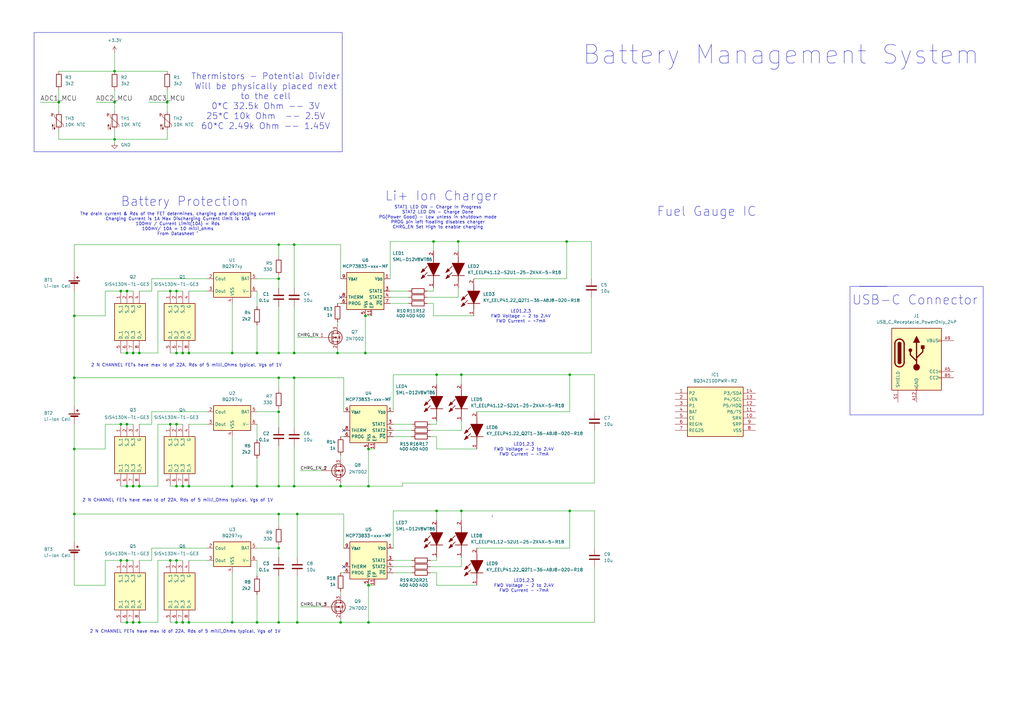
<source format=kicad_sch>
(kicad_sch (version 20231120) (generator "eeschema") (generator_version "8.0")
  (paper "A3")
  (title_block (title "Battery Management System") (date "2025-03-10") (rev "0.1"))
  (junction (at 54.61 199.39))
  (junction (at 189.23 153.67))
  (junction (at 114.3 154.94))
  (junction (at 177.8 99.06))
  (junction (at 151.13 199.39))
  (junction (at 52.07 119.38))
  (junction (at 105.41 199.39))
  (junction (at 95.25 199.39))
  (junction (at 30.48 210.82))
  (junction (at 52.07 173.99))
  (junction (at 95.25 144.78))
  (junction (at 57.15 255.27))
  (junction (at 179.07 209.55))
  (junction (at 233.68 209.55))
  (junction (at 52.07 199.39))
  (junction (at 49.53 229.87))
  (junction (at 120.65 154.94))
  (junction (at 139.7 255.27))
  (junction (at 72.39 173.99))
  (junction (at 151.13 240.03))
  (junction (at 114.3 114.3))
  (junction (at 74.93 199.39))
  (junction (at 114.3 210.82))
  (junction (at 68.58 41.91))
  (junction (at 114.3 100.33))
  (junction (at 77.47 255.27))
  (junction (at 114.3 168.91))
  (junction (at 52.07 144.78))
  (junction (at 189.23 209.55))
  (junction (at 149.86 129.54))
  (junction (at 139.7 199.39))
  (junction (at 77.47 199.39))
  (junction (at 69.85 119.38))
  (junction (at 54.61 144.78))
  (junction (at 151.13 184.15))
  (junction (at 120.65 199.39))
  (junction (at 151.13 255.27))
  (junction (at 187.96 99.06))
  (junction (at 24.13 41.91))
  (junction (at 46.99 41.91))
  (junction (at 30.48 129.54))
  (junction (at 72.39 199.39))
  (junction (at 72.39 229.87))
  (junction (at 46.99 29.21))
  (junction (at 149.86 144.78))
  (junction (at 69.85 173.99))
  (junction (at 121.92 210.82))
  (junction (at 30.48 154.94))
  (junction (at 74.93 255.27))
  (junction (at 52.07 229.87))
  (junction (at 54.61 255.27))
  (junction (at 120.65 100.33))
  (junction (at 49.53 119.38))
  (junction (at 72.39 255.27))
  (junction (at 114.3 199.39))
  (junction (at 105.41 255.27))
  (junction (at 49.53 173.99))
  (junction (at 95.25 255.27))
  (junction (at 114.3 224.79))
  (junction (at 72.39 144.78))
  (junction (at 114.3 144.78))
  (junction (at 77.47 144.78))
  (junction (at 57.15 199.39))
  (junction (at 138.43 144.78))
  (junction (at 179.07 153.67))
  (junction (at 114.3 255.27))
  (junction (at 30.48 184.15))
  (junction (at 233.68 153.67))
  (junction (at 46.99 57.15))
  (junction (at 232.41 99.06))
  (junction (at 52.07 255.27))
  (junction (at 121.92 255.27))
  (junction (at 72.39 119.38))
  (junction (at 69.85 229.87))
  (junction (at 74.93 144.78))
  (junction (at 120.65 144.78))
  (junction (at 57.15 144.78))
  (junction (at 105.41 144.78))
  (no_connect (at 140.97 232.41))
  (no_connect (at 139.7 121.92))
  (no_connect (at 140.97 176.53))
  (wire (pts (xy 43.18 184.15) (xy 30.48 184.15)))
  (wire (pts (xy 30.48 184.15) (xy 30.48 210.82)))
  (wire (pts (xy 43.18 173.99) (xy 43.18 184.15)))
  (wire (pts (xy 30.48 154.94) (xy 114.3 154.94)))
  (wire (pts (xy 64.77 199.39) (xy 57.15 199.39)))
  (wire (pts (xy 69.85 119.38) (xy 72.39 119.38)))
  (wire (pts (xy 149.86 129.54) (xy 152.4 129.54)))
  (wire (pts (xy 30.48 100.33) (xy 114.3 100.33)))
  (wire (pts (xy 64.77 255.27) (xy 57.15 255.27)))
  (wire (pts (xy 161.29 229.87) (xy 168.91 229.87)))
  (wire (pts (xy 233.68 153.67) (xy 189.23 153.67)))
  (wire (pts (xy 138.43 144.78) (xy 149.86 144.78)))
  (wire (pts (xy 46.99 53.34) (xy 46.99 57.15)))
  (wire (pts (xy 114.3 210.82) (xy 121.92 210.82)))
  (wire (pts (xy 46.99 57.15) (xy 68.58 57.15)))
  (wire (pts (xy 49.53 173.99) (xy 43.18 173.99)))
  (wire (pts (xy 120.65 154.94) (xy 120.65 175.26)))
  (wire (pts (xy 120.65 125.73) (xy 120.65 144.78)))
  (wire (pts (xy 77.47 229.87) (xy 85.09 229.87)))
  (wire (pts (xy 114.3 144.78) (xy 105.41 144.78)))
  (wire (pts (xy 30.48 119.38) (xy 30.48 129.54)))
  (wire (pts (xy 77.47 119.38) (xy 85.09 119.38)))
  (wire (pts (xy 77.47 144.78) (xy 95.25 144.78)))
  (polyline (pts (xy 403.225 170.18) (xy 348.615 170.18)))
  (wire (pts (xy 120.65 182.88) (xy 120.65 199.39)))
  (wire (pts (xy 62.23 229.87) (xy 57.15 229.87)))
  (wire (pts (xy 179.07 240.03) (xy 195.58 240.03)))
  (wire (pts (xy 30.48 173.99) (xy 30.48 184.15)))
  (wire (pts (xy 62.23 119.38) (xy 57.15 119.38)))
  (wire (pts (xy 16.51 41.91) (xy 24.13 41.91)))
  (wire (pts (xy 46.99 41.91) (xy 46.99 45.72)))
  (wire (pts (xy 195.58 224.79) (xy 233.68 224.79)))
  (wire (pts (xy 85.09 168.91) (xy 62.23 168.91)))
  (wire (pts (xy 24.13 29.21) (xy 46.99 29.21)))
  (wire (pts (xy 52.07 255.27) (xy 49.53 255.27)))
  (wire (pts (xy 72.39 119.38) (xy 74.93 119.38)))
  (wire (pts (xy 139.7 186.69) (xy 139.7 187.96)))
  (wire (pts (xy 160.02 121.92) (xy 167.64 121.92)))
  (wire (pts (xy 30.48 129.54) (xy 30.48 154.94)))
  (wire (pts (xy 54.61 255.27) (xy 52.07 255.27)))
  (wire (pts (xy 46.99 21.59) (xy 46.99 29.21)))
  (wire (pts (xy 139.7 255.27) (xy 151.13 255.27)))
  (wire (pts (xy 114.3 154.94) (xy 114.3 160.02)))
  (wire (pts (xy 140.97 154.94) (xy 140.97 168.91)))
  (wire (pts (xy 139.7 179.07) (xy 140.97 179.07)))
  (wire (pts (xy 161.29 176.53) (xy 168.91 176.53)))
  (wire (pts (xy 243.84 153.67) (xy 243.84 168.91)))
  (wire (pts (xy 179.07 153.67) (xy 179.07 157.48)))
  (wire (pts (xy 114.3 199.39) (xy 120.65 199.39)))
  (wire (pts (xy 69.85 144.78) (xy 72.39 144.78)))
  (wire (pts (xy 74.93 255.27) (xy 77.47 255.27)))
  (wire (pts (xy 161.29 153.67) (xy 179.07 153.67)))
  (wire (pts (xy 120.65 144.78) (xy 138.43 144.78)))
  (wire (pts (xy 49.53 119.38) (xy 43.18 119.38)))
  (wire (pts (xy 105.41 133.35) (xy 105.41 144.78)))
  (wire (pts (xy 160.02 119.38) (xy 167.64 119.38)))
  (wire (pts (xy 138.43 143.51) (xy 138.43 144.78)))
  (wire (pts (xy 57.15 255.27) (xy 54.61 255.27)))
  (wire (pts (xy 242.57 99.06) (xy 242.57 114.3)))
  (wire (pts (xy 161.29 179.07) (xy 168.91 179.07)))
  (wire (pts (xy 105.41 173.99) (xy 105.41 180.34)))
  (wire (pts (xy 189.23 153.67) (xy 189.23 157.48)))
  (wire (pts (xy 85.09 224.79) (xy 62.23 224.79)))
  (wire (pts (xy 243.84 176.53) (xy 243.84 198.12)))
  (wire (pts (xy 114.3 210.82) (xy 114.3 215.9)))
  (wire (pts (xy 72.39 173.99) (xy 74.93 173.99)))
  (wire (pts (xy 43.18 229.87) (xy 43.18 240.03)))
  (wire (pts (xy 139.7 198.12) (xy 139.7 199.39)))
  (wire (pts (xy 69.85 255.27) (xy 72.39 255.27)))
  (wire (pts (xy 161.29 173.99) (xy 168.91 173.99)))
  (wire (pts (xy 69.85 199.39) (xy 72.39 199.39)))
  (wire (pts (xy 243.84 232.41) (xy 243.84 255.27)))
  (wire (pts (xy 69.85 173.99) (xy 72.39 173.99)))
  (wire (pts (xy 121.92 138.43) (xy 130.81 138.43)))
  (wire (pts (xy 30.48 100.33) (xy 30.48 111.76)))
  (wire (pts (xy 72.39 199.39) (xy 74.93 199.39)))
  (wire (pts (xy 114.3 113.03) (xy 114.3 114.3)))
  (polyline (pts (xy 348.615 117.475) (xy 363.855 117.475)))
  (wire (pts (xy 62.23 114.3) (xy 62.23 119.38)))
  (wire (pts (xy 62.23 168.91) (xy 62.23 173.99)))
  (wire (pts (xy 189.23 209.55) (xy 189.23 213.36)))
  (wire (pts (xy 114.3 154.94) (xy 120.65 154.94)))
  (polyline (pts (xy 352.425 117.475) (xy 403.225 117.475)))
  (wire (pts (xy 46.99 57.15) (xy 46.99 58.42)))
  (wire (pts (xy 161.29 232.41) (xy 168.91 232.41)))
  (wire (pts (xy 64.77 173.99) (xy 64.77 199.39)))
  (wire (pts (xy 114.3 236.22) (xy 114.3 255.27)))
  (wire (pts (xy 74.93 144.78) (xy 77.47 144.78)))
  (wire (pts (xy 85.09 114.3) (xy 62.23 114.3)))
  (wire (pts (xy 114.3 144.78) (xy 120.65 144.78)))
  (wire (pts (xy 57.15 199.39) (xy 54.61 199.39)))
  (wire (pts (xy 232.41 114.3) (xy 232.41 99.06)))
  (wire (pts (xy 95.25 199.39) (xy 105.41 199.39)))
  (wire (pts (xy 77.47 173.99) (xy 85.09 173.99)))
  (wire (pts (xy 30.48 210.82) (xy 30.48 222.25)))
  (wire (pts (xy 123.19 248.92) (xy 132.08 248.92)))
  (wire (pts (xy 95.25 124.46) (xy 95.25 144.78)))
  (polyline (pts (xy 201.93 211.455) (xy 201.93 212.09)))
  (wire (pts (xy 114.3 125.73) (xy 114.3 144.78)))
  (wire (pts (xy 114.3 223.52) (xy 114.3 224.79)))
  (wire (pts (xy 176.53 234.95) (xy 179.07 234.95)))
  (wire (pts (xy 68.58 41.91) (xy 68.58 45.72)))
  (wire (pts (xy 121.92 210.82) (xy 140.97 210.82)))
  (wire (pts (xy 139.7 242.57) (xy 139.7 243.84)))
  (wire (pts (xy 105.41 229.87) (xy 105.41 236.22)))
  (wire (pts (xy 138.43 124.46) (xy 139.7 124.46)))
  (wire (pts (xy 114.3 182.88) (xy 114.3 199.39)))
  (wire (pts (xy 149.86 144.78) (xy 242.57 144.78)))
  (wire (pts (xy 151.13 255.27) (xy 243.84 255.27)))
  (wire (pts (xy 43.18 129.54) (xy 30.48 129.54)))
  (wire (pts (xy 120.65 154.94) (xy 140.97 154.94)))
  (wire (pts (xy 62.23 173.99) (xy 57.15 173.99)))
  (wire (pts (xy 105.41 119.38) (xy 105.41 125.73)))
  (wire (pts (xy 114.3 224.79) (xy 105.41 224.79)))
  (wire (pts (xy 46.99 36.83) (xy 46.99 41.91)))
  (wire (pts (xy 72.39 229.87) (xy 74.93 229.87)))
  (wire (pts (xy 176.53 229.87) (xy 179.07 229.87)))
  (wire (pts (xy 242.57 121.92) (xy 242.57 144.78)))
  (wire (pts (xy 60.96 41.91) (xy 68.58 41.91)))
  (wire (pts (xy 95.25 255.27) (xy 105.41 255.27)))
  (wire (pts (xy 139.7 234.95) (xy 140.97 234.95)))
  (wire (pts (xy 52.07 119.38) (xy 54.61 119.38)))
  (wire (pts (xy 52.07 199.39) (xy 49.53 199.39)))
  (wire (pts (xy 114.3 255.27) (xy 121.92 255.27)))
  (wire (pts (xy 95.25 179.07) (xy 95.25 199.39)))
  (wire (pts (xy 114.3 168.91) (xy 114.3 175.26)))
  (wire (pts (xy 69.85 173.99) (xy 64.77 173.99)))
  (wire (pts (xy 138.43 132.08) (xy 138.43 133.35)))
  (wire (pts (xy 151.13 240.03) (xy 153.67 240.03)))
  (wire (pts (xy 24.13 53.34) (xy 24.13 57.15)))
  (wire (pts (xy 52.07 173.99) (xy 54.61 173.99)))
  (wire (pts (xy 179.07 172.72) (xy 179.07 173.99)))
  (wire (pts (xy 49.53 229.87) (xy 52.07 229.87)))
  (wire (pts (xy 232.41 99.06) (xy 242.57 99.06)))
  (wire (pts (xy 195.58 168.91) (xy 233.68 168.91)))
  (wire (pts (xy 151.13 240.03) (xy 151.13 255.27)))
  (wire (pts (xy 69.85 119.38) (xy 64.77 119.38)))
  (wire (pts (xy 24.13 36.83) (xy 24.13 41.91)))
  (wire (pts (xy 233.68 224.79) (xy 233.68 209.55)))
  (wire (pts (xy 179.07 234.95) (xy 179.07 240.03)))
  (wire (pts (xy 68.58 36.83) (xy 68.58 41.91)))
  (wire (pts (xy 52.07 144.78) (xy 49.53 144.78)))
  (wire (pts (xy 160.02 99.06) (xy 160.02 114.3)))
  (wire (pts (xy 95.25 234.95) (xy 95.25 255.27)))
  (wire (pts (xy 77.47 255.27) (xy 95.25 255.27)))
  (wire (pts (xy 54.61 199.39) (xy 52.07 199.39)))
  (wire (pts (xy 114.3 168.91) (xy 105.41 168.91)))
  (wire (pts (xy 62.23 224.79) (xy 62.23 229.87)))
  (wire (pts (xy 189.23 232.41) (xy 189.23 228.6)))
  (wire (pts (xy 30.48 229.87) (xy 30.48 240.03)))
  (wire (pts (xy 114.3 224.79) (xy 114.3 228.6)))
  (wire (pts (xy 177.8 118.11) (xy 177.8 119.38)))
  (wire (pts (xy 72.39 255.27) (xy 74.93 255.27)))
  (wire (pts (xy 120.65 100.33) (xy 120.65 118.11)))
  (wire (pts (xy 243.84 209.55) (xy 243.84 224.79)))
  (wire (pts (xy 43.18 240.03) (xy 30.48 240.03)))
  (wire (pts (xy 121.92 210.82) (xy 121.92 228.6)))
  (wire (pts (xy 114.3 255.27) (xy 105.41 255.27)))
  (wire (pts (xy 52.07 229.87) (xy 54.61 229.87)))
  (wire (pts (xy 175.26 119.38) (xy 177.8 119.38)))
  (wire (pts (xy 114.3 100.33) (xy 120.65 100.33)))
  (wire (pts (xy 176.53 176.53) (xy 189.23 176.53)))
  (wire (pts (xy 121.92 236.22) (xy 121.92 255.27)))
  (wire (pts (xy 165.1 199.39) (xy 165.1 198.12)))
  (wire (pts (xy 187.96 121.92) (xy 187.96 118.11)))
  (wire (pts (xy 123.19 193.04) (xy 132.08 193.04)))
  (wire (pts (xy 64.77 144.78) (xy 57.15 144.78)))
  (wire (pts (xy 151.13 184.15) (xy 151.13 199.39)))
  (wire (pts (xy 189.23 176.53) (xy 189.23 172.72)))
  (wire (pts (xy 120.65 100.33) (xy 139.7 100.33)))
  (wire (pts (xy 160.02 99.06) (xy 177.8 99.06)))
  (wire (pts (xy 161.29 153.67) (xy 161.29 168.91)))
  (wire (pts (xy 39.37 41.91) (xy 46.99 41.91)))
  (wire (pts (xy 30.48 210.82) (xy 114.3 210.82)))
  (wire (pts (xy 139.7 199.39) (xy 151.13 199.39)))
  (wire (pts (xy 151.13 184.15) (xy 153.67 184.15)))
  (wire (pts (xy 105.41 243.84) (xy 105.41 255.27)))
  (wire (pts (xy 194.31 114.3) (xy 232.41 114.3)))
  (wire (pts (xy 177.8 124.46) (xy 177.8 129.54)))
  (wire (pts (xy 139.7 100.33) (xy 139.7 114.3)))
  (wire (pts (xy 179.07 209.55) (xy 179.07 213.36)))
  (wire (pts (xy 233.68 153.67) (xy 243.84 153.67)))
  (wire (pts (xy 177.8 99.06) (xy 177.8 102.87)))
  (wire (pts (xy 49.53 173.99) (xy 52.07 173.99)))
  (wire (pts (xy 177.8 129.54) (xy 194.31 129.54)))
  (wire (pts (xy 177.8 99.06) (xy 187.96 99.06)))
  (wire (pts (xy 187.96 99.06) (xy 187.96 102.87)))
  (wire (pts (xy 233.68 209.55) (xy 243.84 209.55)))
  (wire (pts (xy 179.07 184.15) (xy 195.58 184.15)))
  (wire (pts (xy 114.3 114.3) (xy 114.3 118.11)))
  (wire (pts (xy 49.53 229.87) (xy 43.18 229.87)))
  (wire (pts (xy 140.97 210.82) (xy 140.97 224.79)))
  (wire (pts (xy 24.13 41.91) (xy 24.13 45.72)))
  (wire (pts (xy 165.1 198.12) (xy 243.84 198.12)))
  (polyline (pts (xy 348.615 170.18) (xy 348.615 117.475)))
  (wire (pts (xy 149.86 129.54) (xy 149.86 144.78)))
  (wire (pts (xy 46.99 29.21) (xy 68.58 29.21)))
  (wire (pts (xy 69.85 229.87) (xy 64.77 229.87)))
  (wire (pts (xy 179.07 153.67) (xy 189.23 153.67)))
  (wire (pts (xy 121.92 255.27) (xy 139.7 255.27)))
  (wire (pts (xy 179.07 228.6) (xy 179.07 229.87)))
  (polyline (pts (xy 403.225 117.475) (xy 403.225 170.18)))
  (wire (pts (xy 176.53 232.41) (xy 189.23 232.41)))
  (wire (pts (xy 114.3 167.64) (xy 114.3 168.91)))
  (wire (pts (xy 57.15 144.78) (xy 54.61 144.78)))
  (wire (pts (xy 74.93 199.39) (xy 77.47 199.39)))
  (wire (pts (xy 43.18 119.38) (xy 43.18 129.54)))
  (wire (pts (xy 176.53 173.99) (xy 179.07 173.99)))
  (wire (pts (xy 179.07 209.55) (xy 189.23 209.55)))
  (wire (pts (xy 24.13 57.15) (xy 46.99 57.15)))
  (wire (pts (xy 114.3 114.3) (xy 105.41 114.3)))
  (wire (pts (xy 95.25 144.78) (xy 105.41 144.78)))
  (wire (pts (xy 120.65 199.39) (xy 139.7 199.39)))
  (wire (pts (xy 161.29 234.95) (xy 168.91 234.95)))
  (wire (pts (xy 68.58 57.15) (xy 68.58 53.34)))
  (wire (pts (xy 151.13 199.39) (xy 165.1 199.39)))
  (wire (pts (xy 176.53 179.07) (xy 179.07 179.07)))
  (wire (pts (xy 72.39 144.78) (xy 74.93 144.78)))
  (wire (pts (xy 64.77 229.87) (xy 64.77 255.27)))
  (wire (pts (xy 233.68 209.55) (xy 189.23 209.55)))
  (wire (pts (xy 139.7 254) (xy 139.7 255.27)))
  (wire (pts (xy 179.07 179.07) (xy 179.07 184.15)))
  (wire (pts (xy 175.26 121.92) (xy 187.96 121.92)))
  (wire (pts (xy 161.29 209.55) (xy 161.29 224.79)))
  (wire (pts (xy 54.61 144.78) (xy 52.07 144.78)))
  (wire (pts (xy 105.41 187.96) (xy 105.41 199.39)))
  (wire (pts (xy 30.48 154.94) (xy 30.48 166.37)))
  (wire (pts (xy 64.77 119.38) (xy 64.77 144.78)))
  (wire (pts (xy 49.53 119.38) (xy 52.07 119.38)))
  (wire (pts (xy 232.41 99.06) (xy 187.96 99.06)))
  (wire (pts (xy 233.68 168.91) (xy 233.68 153.67)))
  (wire (pts (xy 175.26 124.46) (xy 177.8 124.46)))
  (wire (pts (xy 160.02 124.46) (xy 167.64 124.46)))
  (wire (pts (xy 69.85 229.87) (xy 72.39 229.87)))
  (wire (pts (xy 77.47 199.39) (xy 95.25 199.39)))
  (wire (pts (xy 114.3 199.39) (xy 105.41 199.39)))
  (wire (pts (xy 114.3 100.33) (xy 114.3 105.41)))
  (wire (pts (xy 161.29 209.55) (xy 179.07 209.55)))
  (rectangle (start 13.97 13.335) (end 140.335 62.23))
  (text "Li+ Ion Charger" (at 181.102 80.518 0) (effects (font (size 3.81 3.81))))
  (text "Battery Protection" (at 75.692 82.804 0) (effects (font (size 3.81 3.81))))
  (text "The drain current & Rds of the FET determines, charging and discharging current\nCharging Current is 1A Max Discharging Current limit is 10A\n100mV / Current Limit(10A) = Rds\n100mV/ 10A = 10 milli_ohms\nFrom Datasheet ^" (at 72.898 91.948 0) (effects (font (size 1.27 1.27))))
  (text "Thermistors - Potential Divider\nWill be physically placed next\nto the cell\n0*C 32.5k Ohm -- 3V\n25*C 10k Ohm  -- 2.5V\n60*C 2.49k Ohm -- 1.45V" (at 108.966 41.656 0) (effects (font (size 2.54 2.54))))
  (text "2 N CHANNEL FETs have max Id of 22A, Rds of 5 milli_Ohms typical, Vgs of 1V" (at 76.454 149.86 0) (effects (font (size 1.27 1.27))))
  (text "Battery Management System" (at 320.294 22.606 0) (effects (font (size 7.62 7.62))))
  (text "STAT1 LED ON - Charge In Progress\nSTAT2 LED ON - Charge Done\nPG(Power Good) - Low unless in shutdown mode\nPROG pin left floating disables charger\nCHRG_EN Set High to enable charging" (at 179.578 89.154 0) (effects (font (size 1.27 1.27))))
  (text "2 N CHANNEL FETs have max Id of 22A, Rds of 5 milli_Ohms typical, Vgs of 1V" (at 72.898 205.232 0) (effects (font (size 1.27 1.27))))
  (text "LED1,2,3\nFWD Voltage - 2 to 2.4V\nFWD Current - ~7mA" (at 213.614 129.794 0) (effects (font (size 1.27 1.27))))
  (text "LED1,2,3\nFWD Voltage - 2 to 2.4V\nFWD Current - ~7mA" (at 214.884 184.404 0) (effects (font (size 1.27 1.27))))
  (text "Fuel Gauge IC" (at 289.814 86.868 0) (effects (font (size 3.81 3.81))))
  (text "LED1,2,3\nFWD Voltage - 2 to 2.4V\nFWD Current - ~7mA" (at 214.884 240.284 0) (effects (font (size 1.27 1.27))))
  (text "2 N CHANNEL FETs have max Id of 22A, Rds of 5 milli_Ohms typical, Vgs of 1V" (at 75.946 259.08 0) (effects (font (size 1.27 1.27))))
  (text "USB-C Connector " (at 376.682 123.19 0) (effects (font (size 3.81 3.81))))
  (text "All Key Components added in, Passives \n& additional FETs to be added week commencing\n10/03 according to datasheet" (at 141.732 319.786 0) (effects (font (size 6.35 6.35))))
  (label "CHRG_EN_3" (at 123.19 248.92 0))
  (label "ADC3_MCU" (at 60.96 41.91 0) (effects (font (size 1.905 1.905))))
  (label "ADC2_MCU" (at 39.37 41.91 0) (effects (font (size 1.905 1.905))))
  (label "CHRG_EN_2" (at 123.19 193.04 0))
  (label "CHRG_EN" (at 121.92 138.43 0))
  (label "ADC1_MCU" (at 16.51 41.91 0) (effects (font (size 1.905 1.905))))
  (symbol (lib_id "KT EELP41.12-S2U1-25-2X4X-5-R18:KT_EELP41.12-S2U1-25-2X4X-5-R18") (at 189.23 228.6 90) (unit 1)
    (property "Reference" "LED8" (at 193.04 219.7099 90) (effects (justify right)))
    (property "Value" "KT_EELP41.12-S2U1-25-2X4X-5-R18" (at 193.04 222.2499 90) (effects (justify right)))
    (property "Footprint" "KTEELP4112S2U1252X4X5R18" (effects (hide yes)))
    (property "Datasheet" "https://in.element14.com/ams-osram-group/kt-eelp41-12-s2u1-25-2x4x-5-r18/led-true-green-224mcd-527nm-130deg/dp/4540818" (effects (hide yes)))
    (property "Description" "LED, InGaN on Sapphire, True Green, SMD, 0603 [1608 Metric], 5 mA, 2.5 V, 527 nm" (effects (hide yes)))
    (property "Height" "0.5" (effects (hide yes)))
    (property "Mouser Part Number" "720-P4112S2U1252X4X5" (effects (hide yes)))
    (property "Mouser Price/Stock" "https://www.mouser.co.uk/ProductDetail/ams-OSRAM/KT-EELP41.12-S2U1-25-2X4X-5-R18?qs=ZcfC38r4PosnM6jzR6CYig%3D%3D" (effects (hide yes)))
    (property "Manufacturer_Name" "ams OSRAM" (effects (hide yes)))
    (property "Manufacturer_Part_Number" "KT EELP41.12-S2U1-25-2X4X-5-R18" (effects (hide yes)))
  )
  (symbol (lib_id "Device:C") (at 114.3 232.41 0) (mirror y) (unit 1)
    (property "Reference" "C3" (at 110.49 231.1399 0) (effects (justify left)))
    (property "Value" "0.1u" (at 110.49 233.6799 0) (effects (justify left)))
    (property "Description" "Unpolarized capacitor" (effects (hide yes)))
  )
  (symbol (lib_id "Battery_Management:BQ297xy") (at 95.25 227.33 0) (mirror y) (unit 1)
    (property "Reference" "U3" (at 95.25 217.17 0))
    (property "Value" "BQ297xy" (at 95.25 219.71 0))
    (property "Footprint" "Package_SON:WSON-6_1.5x1.5mm_P0.5mm" (effects (hide yes)))
    (property "Datasheet" "http://www.ti.com/lit/ds/symlink/bq2970.pdf" (effects (hide yes)))
    (property "Description" "Voltage and Current Protection for Single-Cell Li-Ion and Li-Polymer Batteries" (effects (hide yes)))
  )
  (symbol (lib_id "KT EELP41.12-S2U1-25-2X4X-5-R18:KT_EELP41.12-S2U1-25-2X4X-5-R18") (at 189.23 172.72 90) (unit 1)
    (property "Reference" "LED5" (at 193.04 163.8299 90) (effects (justify right)))
    (property "Value" "KT_EELP41.12-S2U1-25-2X4X-5-R18" (at 193.04 166.3699 90) (effects (justify right)))
    (property "Footprint" "KTEELP4112S2U1252X4X5R18" (effects (hide yes)))
    (property "Datasheet" "https://in.element14.com/ams-osram-group/kt-eelp41-12-s2u1-25-2x4x-5-r18/led-true-green-224mcd-527nm-130deg/dp/4540818" (effects (hide yes)))
    (property "Description" "LED, InGaN on Sapphire, True Green, SMD, 0603 [1608 Metric], 5 mA, 2.5 V, 527 nm" (effects (hide yes)))
    (property "Height" "0.5" (effects (hide yes)))
    (property "Mouser Part Number" "720-P4112S2U1252X4X5" (effects (hide yes)))
    (property "Mouser Price/Stock" "https://www.mouser.co.uk/ProductDetail/ams-OSRAM/KT-EELP41.12-S2U1-25-2X4X-5-R18?qs=ZcfC38r4PosnM6jzR6CYig%3D%3D" (effects (hide yes)))
    (property "Manufacturer_Name" "ams OSRAM" (effects (hide yes)))
    (property "Manufacturer_Part_Number" "KT EELP41.12-S2U1-25-2X4X-5-R18" (effects (hide yes)))
  )
  (symbol (lib_id "Device:Battery_Cell") (at 30.48 116.84 0) (unit 1)
    (property "Reference" "BT1" (at 18.034 114.808 0) (effects (justify left)))
    (property "Value" "Li-Ion Cell" (at 18.034 117.348 0) (effects (justify left)))
    (property "Description" "Single-cell battery" (effects (hide yes)))
  )
  (symbol (lib_id "Device:R") (at 139.7 182.88 0) (mirror x) (unit 1)
    (property "Reference" "R14" (at 137.7315 181.2925 0) (effects (justify right)))
    (property "Value" "1k" (at 137.7315 183.8325 0) (effects (justify right)))
    (property "Description" "Resistor" (effects (hide yes)))
  )
  (symbol (lib_id "KY EELP41.22 Q2T1-36-A8J8-020-R18:KY_EELP41.22_Q2T1-36-A8J8-020-R18") (at 194.31 129.54 90) (unit 1)
    (property "Reference" "LED3" (at 198.12 120.6499 90) (effects (justify right)))
    (property "Value" "KY_EELP41.22_Q2T1-36-A8J8-020-R18" (at 198.12 123.1899 90) (effects (justify right)))
    (property "Footprint" "KYEELP4122Q2T136A8J8020R18" (effects (hide yes)))
    (property "Datasheet" "https://look.ams-osram.com/m/5a0070c0ca8e7419/original/KY-EELP41-22.pdf" (effects (hide yes)))
    (property "Description" "LED, InGaAlP, Yellow, SMD, 0603 [1608 Metric], 20 mA, 2 V, 589 nm" (effects (hide yes)))
    (property "Height" "0.5" (effects (hide yes)))
    (property "Mouser Part Number" "720-P412Q2T136A8J802" (effects (hide yes)))
    (property "Mouser Price/Stock" "https://www.mouser.co.uk/ProductDetail/ams-OSRAM/KY-EELP41.22-Q2T1-36-A8J8-020-R18?qs=ZcfC38r4PotaNlE530FL%252BQ%3D%3D" (effects (hide yes)))
    (property "Manufacturer_Name" "ams OSRAM" (effects (hide yes)))
    (property "Manufacturer_Part_Number" "KY EELP41.22 Q2T1-36-A8J8-020-R18" (effects (hide yes)))
  )
  (symbol (lib_id "Device:R") (at 171.45 119.38 90) (mirror x) (unit 1)
    (property "Reference" "R10" (at 164.592 127.508 90))
    (property "Value" "400" (at 164.338 129.54 90))
    (property "Description" "Resistor" (effects (hide yes)))
  )
  (symbol (lib_id "SIS413DN-T1-GE3:SIS413DN-T1-GE3") (at 69.85 229.87 90) (mirror x) (unit 1)
    (property "Reference" "Q6" (at 76.2 224.028 90) (effects (justify left)))
    (property "Value" "SIS413DN-T1-GE3" (at 81.534 227.076 90) (effects (justify left)))
    (property "Footprint" "SIS862DNT1GE3" (effects (hide yes)))
    (property "Datasheet" "https://www.mouser.com/datasheet/2/427/sis413dn-254110.pdf" (effects (hide yes)))
    (property "Description" "P-Ch PowerPAK1212 Cu 30V 9.4mohm@10V" (effects (hide yes)))
    (property "Manufacturer_Name" "Vishay" (effects (hide yes)))
    (property "Manufacturer_Part_Number" "SIS413DN-T1-GE3" (effects (hide yes)))
    (property "Mouser Part Number" "78-SIS413DN-T1-GE3" (effects (hide yes)))
    (property "Mouser Price/Stock" "https://www.mouser.co.uk/ProductDetail/Vishay-Semiconductors/SIS413DN-T1-GE3?qs=vgn07B5hXav8x6TX%252BtAIoQ%3D%3D" (effects (hide yes)))
    (property "Arrow Part Number" "SIS413DN-T1-GE3" (effects (hide yes)))
    (property "Arrow Price/Stock" "https://www.arrow.com/en/products/sis413dn-t1-ge3/vishay?region=nac" (effects (hide yes)))
  )
  (symbol (lib_id "Device:R") (at 138.43 128.27 0) (mirror x) (unit 1)
    (property "Reference" "R13" (at 136.4615 126.6825 0) (effects (justify right)))
    (property "Value" "1k" (at 136.4615 129.2225 0) (effects (justify right)))
    (property "Description" "Resistor" (effects (hide yes)))
  )
  (symbol (lib_id "Battery_Management:MCP73833-xxx-MF") (at 151.13 229.87 0) (mirror y) (unit 1)
    (property "Reference" "U5" (at 151.13 217.17 0))
    (property "Value" "MCP73833-xxx-MF" (at 151.13 219.71 0))
    (property "Footprint" "Package_DFN_QFN:DFN-10-1EP_3x3mm_P0.5mm_EP1.58x2.35mm" (effects (hide yes)))
    (property "Datasheet" "https://ww1.microchip.com/downloads/aemDocuments/documents/OTH/ProductDocuments/DataSheets/22005b.pdf" (effects (hide yes)))
    (property "Description" "Stand-Alone Linear Li-Ion / Li-Polymer Charge Management Controller, DFN-10" (effects (hide yes)))
  )
  (symbol (lib_id "Device:R") (at 105.41 240.03 0) (mirror x) (unit 1)
    (property "Reference" "R8" (at 102.87 238.7599 0) (effects (justify right)))
    (property "Value" "2k2" (at 102.87 241.2999 0) (effects (justify right)))
    (property "Description" "Resistor" (effects (hide yes)))
  )
  (symbol (lib_id "SIS413DN-T1-GE3:SIS413DN-T1-GE3") (at 49.53 119.38 90) (mirror x) (unit 1)
    (property "Reference" "Q2" (at 55.88 113.538 90) (effects (justify left)))
    (property "Value" "SIS413DN-T1-GE3" (at 61.214 116.586 90) (effects (justify left)))
    (property "Footprint" "SIS862DNT1GE3" (effects (hide yes)))
    (property "Datasheet" "https://www.mouser.com/datasheet/2/427/sis413dn-254110.pdf" (effects (hide yes)))
    (property "Description" "P-Ch PowerPAK1212 Cu 30V 9.4mohm@10V" (effects (hide yes)))
    (property "Manufacturer_Name" "Vishay" (effects (hide yes)))
    (property "Manufacturer_Part_Number" "SIS413DN-T1-GE3" (effects (hide yes)))
    (property "Mouser Part Number" "78-SIS413DN-T1-GE3" (effects (hide yes)))
    (property "Mouser Price/Stock" "https://www.mouser.co.uk/ProductDetail/Vishay-Semiconductors/SIS413DN-T1-GE3?qs=vgn07B5hXav8x6TX%252BtAIoQ%3D%3D" (effects (hide yes)))
    (property "Arrow Part Number" "SIS413DN-T1-GE3" (effects (hide yes)))
    (property "Arrow Price/Stock" "https://www.arrow.com/en/products/sis413dn-t1-ge3/vishay?region=nac" (effects (hide yes)))
  )
  (symbol (lib_id "power:+3.3V") (at 46.99 21.59 0) (unit 1)
    (property "Reference" "#PWR01" (effects (hide yes)))
    (property "Value" "+3.3V" (at 46.99 16.51 0))
    (property "Description" "Power symbol creates a global label with name \"+3.3V\"" (effects (hide yes)))
  )
  (symbol (lib_id "KY EELP41.22 Q2T1-36-A8J8-020-R18:KY_EELP41.22_Q2T1-36-A8J8-020-R18") (at 195.58 240.03 90) (unit 1)
    (property "Reference" "LED9" (at 199.39 231.1399 90) (effects (justify right)))
    (property "Value" "KY_EELP41.22_Q2T1-36-A8J8-020-R18" (at 199.39 233.6799 90) (effects (justify right)))
    (property "Footprint" "KYEELP4122Q2T136A8J8020R18" (effects (hide yes)))
    (property "Datasheet" "https://look.ams-osram.com/m/5a0070c0ca8e7419/original/KY-EELP41-22.pdf" (effects (hide yes)))
    (property "Description" "LED, InGaAlP, Yellow, SMD, 0603 [1608 Metric], 20 mA, 2 V, 589 nm" (effects (hide yes)))
    (property "Height" "0.5" (effects (hide yes)))
    (property "Mouser Part Number" "720-P412Q2T136A8J802" (effects (hide yes)))
    (property "Mouser Price/Stock" "https://www.mouser.co.uk/ProductDetail/ams-OSRAM/KY-EELP41.22-Q2T1-36-A8J8-020-R18?qs=ZcfC38r4PotaNlE530FL%252BQ%3D%3D" (effects (hide yes)))
    (property "Manufacturer_Name" "ams OSRAM" (effects (hide yes)))
    (property "Manufacturer_Part_Number" "KY EELP41.22 Q2T1-36-A8J8-020-R18" (effects (hide yes)))
  )
  (symbol (lib_id "Device:C") (at 243.84 228.6 0) (mirror y) (unit 1)
    (property "Reference" "C9" (at 247.65 227.3299 0) (effects (justify right)))
    (property "Value" "10u" (at 247.65 229.8699 0) (effects (justify right)))
    (property "Description" "Unpolarized capacitor" (effects (hide yes)))
  )
  (symbol (lib_id "SML-D12V8WT86:SML-D12V8WT86") (at 177.8 118.11 90) (unit 1)
    (property "Reference" "LED1" (at 161.036 103.886 90) (effects (justify right)))
    (property "Value" "SML-D12V8WT86" (at 161.036 106.426 90) (effects (justify right)))
    (property "Footprint" "SMLD12V8WT86" (effects (hide yes)))
    (property "Datasheet" "https://www.rohm.com/datasheet?p=SML-D12V8W&dist=Digi-key&media=referral&source=digi-key.com&campaign=Digi-key" (effects (hide yes)))
    (property "Description" "Red 630nm LED Indication - Discrete 2.2V 0603 (1608 Metric)" (effects (hide yes)))
    (property "Height" "0.65" (effects (hide yes)))
    (property "Mouser Part Number" "755-SML-D12V8WT86" (effects (hide yes)))
    (property "Mouser Price/Stock" "https://www.mouser.co.uk/ProductDetail/ROHM-Semiconductor/SML-D12V8WT86?qs=4kLU8WoGk0uh2PhEoCCv1w%3D%3D" (effects (hide yes)))
    (property "Manufacturer_Name" "ROHM Semiconductor" (effects (hide yes)))
    (property "Manufacturer_Part_Number" "SML-D12V8WT86" (effects (hide yes)))
  )
  (symbol (lib_id "Connector:USB_C_Receptacle_PowerOnly_24P") (at 375.92 147.32 0) (unit 1)
    (property "Reference" "J1" (at 375.92 129.54 0))
    (property "Value" "USB_C_Receptacle_PowerOnly_24P" (at 375.92 132.08 0))
    (property "Datasheet" "https://www.usb.org/sites/default/files/documents/usb_type-c.zip" (effects (hide yes)))
    (property "Description" "USB Power-Only 24P Type-C Receptacle connector" (effects (hide yes)))
  )
  (symbol (lib_id "BQ34Z100PWR-R2:BQ34Z100PWR-R2") (at 276.86 161.29 0) (unit 1)
    (property "Reference" "IC1" (at 293.37 153.67 0))
    (property "Value" "BQ34Z100PWR-R2" (at 293.37 156.21 0))
    (property "Footprint" "SOP65P640X120-14N" (effects (hide yes)))
    (property "Datasheet" "https://www.arrow.com/en/products/bq34z100pwr-r2/texas-instruments?region=nac" (effects (hide yes)))
    (property "Description" "Battery Management Multi-chemistry Impedance Track stand-alone fuel gauge" (effects (hide yes)))
    (property "Height" "1.2" (effects (hide yes)))
    (property "Mouser Part Number" "595-BQ34Z100PWR-R2" (effects (hide yes)))
    (property "Mouser Price/Stock" "https://www.mouser.co.uk/ProductDetail/Texas-Instruments/BQ34Z100PWR-R2?qs=rQFj71Wb1eWspkgmxcmVcA%3D%3D" (effects (hide yes)))
    (property "Manufacturer_Name" "Texas Instruments" (effects (hide yes)))
    (property "Manufacturer_Part_Number" "BQ34Z100PWR-R2" (effects (hide yes)))
  )
  (symbol (lib_id "Device:R") (at 114.3 163.83 0) (mirror y) (unit 1)
    (property "Reference" "R7" (at 111.76 162.5599 0) (effects (justify left)))
    (property "Value" "330" (at 111.76 165.0999 0) (effects (justify left)))
    (property "Description" "Resistor" (effects (hide yes)))
  )
  (symbol (lib_id "Device:R") (at 114.3 219.71 0) (mirror y) (unit 1)
    (property "Reference" "R9" (at 111.76 218.4399 0) (effects (justify left)))
    (property "Value" "330" (at 111.76 220.9799 0) (effects (justify left)))
    (property "Description" "Resistor" (effects (hide yes)))
  )
  (symbol (lib_id "Device:R") (at 68.58 33.02 0) (unit 1)
    (property "Reference" "R1" (at 71.12 31.7499 0) (effects (justify left)))
    (property "Value" "3k2" (at 71.12 34.2899 0) (effects (justify left)))
    (property "Description" "Resistor" (effects (hide yes)))
  )
  (symbol (lib_id "Device:Thermistor_NTC") (at 46.99 49.53 0) (unit 1)
    (property "Reference" "TH1" (at 49.53 48.5774 0) (effects (justify left)))
    (property "Value" "10K NTC" (at 49.53 51.1174 0) (effects (justify left)))
    (property "Description" "Temperature dependent resistor, negative temperature coefficient" (effects (hide yes)))
  )
  (symbol (lib_id "Device:R") (at 172.72 179.07 90) (mirror x) (unit 1)
    (property "Reference" "R17" (at 173.736 182.118 90))
    (property "Value" "400" (at 173.736 184.15 90))
    (property "Description" "Resistor" (effects (hide yes)))
  )
  (symbol (lib_id "SML-D12V8WT86:SML-D12V8WT86") (at 179.07 228.6 90) (unit 1)
    (property "Reference" "LED7" (at 162.306 214.376 90) (effects (justify right)))
    (property "Value" "SML-D12V8WT86" (at 162.306 216.916 90) (effects (justify right)))
    (property "Footprint" "SMLD12V8WT86" (effects (hide yes)))
    (property "Datasheet" "https://www.rohm.com/datasheet?p=SML-D12V8W&dist=Digi-key&media=referral&source=digi-key.com&campaign=Digi-key" (effects (hide yes)))
    (property "Description" "Red 630nm LED Indication - Discrete 2.2V 0603 (1608 Metric)" (effects (hide yes)))
    (property "Height" "0.65" (effects (hide yes)))
    (property "Mouser Part Number" "755-SML-D12V8WT86" (effects (hide yes)))
    (property "Mouser Price/Stock" "https://www.mouser.co.uk/ProductDetail/ROHM-Semiconductor/SML-D12V8WT86?qs=4kLU8WoGk0uh2PhEoCCv1w%3D%3D" (effects (hide yes)))
    (property "Manufacturer_Name" "ROHM Semiconductor" (effects (hide yes)))
    (property "Manufacturer_Part_Number" "SML-D12V8WT86" (effects (hide yes)))
  )
  (symbol (lib_id "power:GND") (at 46.99 58.42 0) (unit 1)
    (property "Reference" "#PWR02" (effects (hide yes)))
    (property "Value" "GND" (at 51.562 59.436 0))
    (property "Description" "Power symbol creates a global label with name \"GND\" , ground" (effects (hide yes)))
  )
  (symbol (lib_id "Device:R") (at 105.41 184.15 0) (mirror x) (unit 1)
    (property "Reference" "R6" (at 102.87 182.8799 0) (effects (justify right)))
    (property "Value" "2k2" (at 102.87 185.4199 0) (effects (justify right)))
    (property "Description" "Resistor" (effects (hide yes)))
  )
  (symbol (lib_id "Battery_Management:BQ297xy") (at 95.25 171.45 0) (mirror y) (unit 1)
    (property "Reference" "U2" (at 95.25 161.29 0))
    (property "Value" "BQ297xy" (at 95.25 163.83 0))
    (property "Footprint" "Package_SON:WSON-6_1.5x1.5mm_P0.5mm" (effects (hide yes)))
    (property "Datasheet" "http://www.ti.com/lit/ds/symlink/bq2970.pdf" (effects (hide yes)))
    (property "Description" "Voltage and Current Protection for Single-Cell Li-Ion and Li-Polymer Batteries" (effects (hide yes)))
  )
  (symbol (lib_id "Device:R") (at 46.99 33.02 0) (unit 1)
    (property "Reference" "R2" (at 49.53 31.7499 0) (effects (justify left)))
    (property "Value" "3k2" (at 49.53 34.2899 0) (effects (justify left)))
    (property "Description" "Resistor" (effects (hide yes)))
  )
  (symbol (lib_id "Device:Battery_Cell") (at 30.48 171.45 0) (unit 1)
    (property "Reference" "BT2" (at 18.034 169.418 0) (effects (justify left)))
    (property "Value" "Li-Ion Cell" (at 18.034 171.958 0) (effects (justify left)))
    (property "Description" "Single-cell battery" (effects (hide yes)))
  )
  (symbol (lib_id "Device:R") (at 114.3 109.22 0) (mirror y) (unit 1)
    (property "Reference" "R5" (at 111.76 107.9499 0) (effects (justify left)))
    (property "Value" "330" (at 111.76 110.4899 0) (effects (justify left)))
    (property "Description" "Resistor" (effects (hide yes)))
  )
  (symbol (lib_id "Battery_Management:BQ297xy") (at 95.25 116.84 0) (mirror y) (unit 1)
    (property "Reference" "U1" (at 95.25 106.68 0))
    (property "Value" "BQ297xy" (at 95.25 109.22 0))
    (property "Footprint" "Package_SON:WSON-6_1.5x1.5mm_P0.5mm" (effects (hide yes)))
    (property "Datasheet" "http://www.ti.com/lit/ds/symlink/bq2970.pdf" (effects (hide yes)))
    (property "Description" "Voltage and Current Protection for Single-Cell Li-Ion and Li-Polymer Batteries" (effects (hide yes)))
  )
  (symbol (lib_id "SML-D12V8WT86:SML-D12V8WT86") (at 179.07 172.72 90) (unit 1)
    (property "Reference" "LED4" (at 162.306 158.496 90) (effects (justify right)))
    (property "Value" "SML-D12V8WT86" (at 162.306 161.036 90) (effects (justify right)))
    (property "Footprint" "SMLD12V8WT86" (effects (hide yes)))
    (property "Datasheet" "https://www.rohm.com/datasheet?p=SML-D12V8W&dist=Digi-key&media=referral&source=digi-key.com&campaign=Digi-key" (effects (hide yes)))
    (property "Description" "Red 630nm LED Indication - Discrete 2.2V 0603 (1608 Metric)" (effects (hide yes)))
    (property "Height" "0.65" (effects (hide yes)))
    (property "Mouser Part Number" "755-SML-D12V8WT86" (effects (hide yes)))
    (property "Mouser Price/Stock" "https://www.mouser.co.uk/ProductDetail/ROHM-Semiconductor/SML-D12V8WT86?qs=4kLU8WoGk0uh2PhEoCCv1w%3D%3D" (effects (hide yes)))
    (property "Manufacturer_Name" "ROHM Semiconductor" (effects (hide yes)))
    (property "Manufacturer_Part_Number" "SML-D12V8WT86" (effects (hide yes)))
  )
  (symbol (lib_id "Device:C") (at 243.84 172.72 0) (mirror y) (unit 1)
    (property "Reference" "C7" (at 247.65 171.4499 0) (effects (justify right)))
    (property "Value" "10u" (at 247.65 173.9899 0) (effects (justify right)))
    (property "Description" "Unpolarized capacitor" (effects (hide yes)))
  )
  (symbol (lib_id "Device:C") (at 121.92 232.41 0) (mirror y) (unit 1)
    (property "Reference" "C8" (at 125.73 231.1399 0) (effects (justify right)))
    (property "Value" "10u" (at 125.73 233.6799 0) (effects (justify right)))
    (property "Description" "Unpolarized capacitor" (effects (hide yes)))
  )
  (symbol (lib_id "SIS413DN-T1-GE3:SIS413DN-T1-GE3") (at 69.85 173.99 90) (mirror x) (unit 1)
    (property "Reference" "Q4" (at 76.2 168.148 90) (effects (justify left)))
    (property "Value" "SIS413DN-T1-GE3" (at 81.534 171.196 90) (effects (justify left)))
    (property "Footprint" "SIS862DNT1GE3" (effects (hide yes)))
    (property "Datasheet" "https://www.mouser.com/datasheet/2/427/sis413dn-254110.pdf" (effects (hide yes)))
    (property "Description" "P-Ch PowerPAK1212 Cu 30V 9.4mohm@10V" (effects (hide yes)))
    (property "Manufacturer_Name" "Vishay" (effects (hide yes)))
    (property "Manufacturer_Part_Number" "SIS413DN-T1-GE3" (effects (hide yes)))
    (property "Mouser Part Number" "78-SIS413DN-T1-GE3" (effects (hide yes)))
    (property "Mouser Price/Stock" "https://www.mouser.co.uk/ProductDetail/Vishay-Semiconductors/SIS413DN-T1-GE3?qs=vgn07B5hXav8x6TX%252BtAIoQ%3D%3D" (effects (hide yes)))
    (property "Arrow Part Number" "SIS413DN-T1-GE3" (effects (hide yes)))
    (property "Arrow Price/Stock" "https://www.arrow.com/en/products/sis413dn-t1-ge3/vishay?region=nac" (effects (hide yes)))
  )
  (symbol (lib_id "Battery_Management:MCP73833-xxx-MF") (at 149.86 119.38 0) (mirror y) (unit 1)
    (property "Reference" "U6" (at 149.86 106.68 0))
    (property "Value" "MCP73833-xxx-MF" (at 149.86 109.22 0))
    (property "Footprint" "Package_DFN_QFN:DFN-10-1EP_3x3mm_P0.5mm_EP1.58x2.35mm" (effects (hide yes)))
    (property "Datasheet" "https://ww1.microchip.com/downloads/aemDocuments/documents/OTH/ProductDocuments/DataSheets/22005b.pdf" (effects (hide yes)))
    (property "Description" "Stand-Alone Linear Li-Ion / Li-Polymer Charge Management Controller, DFN-10" (effects (hide yes)))
  )
  (symbol (lib_id "Device:R") (at 172.72 232.41 90) (mirror x) (unit 1)
    (property "Reference" "R20" (at 169.926 237.998 90))
    (property "Value" "400" (at 169.672 240.03 90))
    (property "Description" "Resistor" (effects (hide yes)))
  )
  (symbol (lib_id "Device:C") (at 242.57 118.11 0) (mirror y) (unit 1)
    (property "Reference" "C5" (at 246.38 116.8399 0) (effects (justify right)))
    (property "Value" "10u" (at 246.38 119.3799 0) (effects (justify right)))
    (property "Description" "Unpolarized capacitor" (effects (hide yes)))
  )
  (symbol (lib_id "Transistor_FET:2N7002") (at 135.89 138.43 0) (unit 1)
    (property "Reference" "Q7" (at 144.018 136.144 0) (effects (justify left)))
    (property "Value" "2N7002" (at 141.732 138.938 0) (effects (justify left)))
    (property "Footprint" "Package_TO_SOT_SMD:SOT-23" (effects (hide yes)))
    (property "Datasheet" "https://www.onsemi.com/pub/Collateral/NDS7002A-D.PDF" (effects (hide yes)))
    (property "Description" "0.115A Id, 60V Vds, N-Channel MOSFET, SOT-23" (effects (hide yes)))
  )
  (symbol (lib_id "Transistor_FET:2N7002") (at 137.16 248.92 0) (unit 1)
    (property "Reference" "Q9" (at 145.288 246.634 0) (effects (justify left)))
    (property "Value" "2N7002" (at 143.002 249.428 0) (effects (justify left)))
    (property "Footprint" "Package_TO_SOT_SMD:SOT-23" (effects (hide yes)))
    (property "Datasheet" "https://www.onsemi.com/pub/Collateral/NDS7002A-D.PDF" (effects (hide yes)))
    (property "Description" "0.115A Id, 60V Vds, N-Channel MOSFET, SOT-23" (effects (hide yes)))
  )
  (symbol (lib_id "SIS413DN-T1-GE3:SIS413DN-T1-GE3") (at 69.85 119.38 90) (mirror x) (unit 1)
    (property "Reference" "Q1" (at 76.2 113.538 90) (effects (justify left)))
    (property "Value" "SIS413DN-T1-GE3" (at 81.534 116.586 90) (effects (justify left)))
    (property "Footprint" "SIS862DNT1GE3" (effects (hide yes)))
    (property "Datasheet" "https://www.mouser.com/datasheet/2/427/sis413dn-254110.pdf" (effects (hide yes)))
    (property "Description" "P-Ch PowerPAK1212 Cu 30V 9.4mohm@10V" (effects (hide yes)))
    (property "Manufacturer_Name" "Vishay" (effects (hide yes)))
    (property "Manufacturer_Part_Number" "SIS413DN-T1-GE3" (effects (hide yes)))
    (property "Mouser Part Number" "78-SIS413DN-T1-GE3" (effects (hide yes)))
    (property "Mouser Price/Stock" "https://www.mouser.co.uk/ProductDetail/Vishay-Semiconductors/SIS413DN-T1-GE3?qs=vgn07B5hXav8x6TX%252BtAIoQ%3D%3D" (effects (hide yes)))
    (property "Arrow Part Number" "SIS413DN-T1-GE3" (effects (hide yes)))
    (property "Arrow Price/Stock" "https://www.arrow.com/en/products/sis413dn-t1-ge3/vishay?region=nac" (effects (hide yes)))
  )
  (symbol (lib_id "Device:C") (at 114.3 121.92 0) (mirror y) (unit 1)
    (property "Reference" "C1" (at 110.49 120.6499 0) (effects (justify left)))
    (property "Value" "0.1u" (at 110.49 123.1899 0) (effects (justify left)))
    (property "Description" "Unpolarized capacitor" (effects (hide yes)))
  )
  (symbol (lib_id "Device:C") (at 120.65 179.07 0) (mirror y) (unit 1)
    (property "Reference" "C6" (at 124.46 177.7999 0) (effects (justify right)))
    (property "Value" "10u" (at 124.46 180.3399 0) (effects (justify right)))
    (property "Description" "Unpolarized capacitor" (effects (hide yes)))
  )
  (symbol (lib_id "Device:C") (at 114.3 179.07 0) (mirror y) (unit 1)
    (property "Reference" "C2" (at 110.49 177.7999 0) (effects (justify left)))
    (property "Value" "0.1u" (at 110.49 180.3399 0) (effects (justify left)))
    (property "Description" "Unpolarized capacitor" (effects (hide yes)))
  )
  (symbol (lib_id "Device:Thermistor_NTC") (at 68.58 49.53 0) (unit 1)
    (property "Reference" "TH2" (at 71.12 48.5774 0) (effects (justify left)))
    (property "Value" "10K NTC" (at 71.12 51.1174 0) (effects (justify left)))
    (property "Description" "Temperature dependent resistor, negative temperature coefficient" (effects (hide yes)))
  )
  (symbol (lib_id "Transistor_FET:2N7002") (at 137.16 193.04 0) (unit 1)
    (property "Reference" "Q8" (at 145.288 190.754 0) (effects (justify left)))
    (property "Value" "2N7002" (at 143.002 193.548 0) (effects (justify left)))
    (property "Footprint" "Package_TO_SOT_SMD:SOT-23" (effects (hide yes)))
    (property "Datasheet" "https://www.onsemi.com/pub/Collateral/NDS7002A-D.PDF" (effects (hide yes)))
    (property "Description" "0.115A Id, 60V Vds, N-Channel MOSFET, SOT-23" (effects (hide yes)))
  )
  (symbol (lib_id "Battery_Management:MCP73833-xxx-MF") (at 151.13 173.99 0) (mirror y) (unit 1)
    (property "Reference" "U4" (at 151.13 161.29 0))
    (property "Value" "MCP73833-xxx-MF" (at 151.13 163.83 0))
    (property "Footprint" "Package_DFN_QFN:DFN-10-1EP_3x3mm_P0.5mm_EP1.58x2.35mm" (effects (hide yes)))
    (property "Datasheet" "https://ww1.microchip.com/downloads/aemDocuments/documents/OTH/ProductDocuments/DataSheets/22005b.pdf" (effects (hide yes)))
    (property "Description" "Stand-Alone Linear Li-Ion / Li-Polymer Charge Management Controller, DFN-10" (effects (hide yes)))
  )
  (symbol (lib_id "Device:R") (at 171.45 121.92 90) (mirror x) (unit 1)
    (property "Reference" "R11" (at 168.656 127.508 90))
    (property "Value" "400" (at 168.402 129.54 90))
    (property "Description" "Resistor" (effects (hide yes)))
  )
  (symbol (lib_id "Device:R") (at 171.45 124.46 90) (mirror x) (unit 1)
    (property "Reference" "R12" (at 172.466 127.508 90))
    (property "Value" "400" (at 172.466 129.54 90))
    (property "Description" "Resistor" (effects (hide yes)))
  )
  (symbol (lib_id "Device:Battery_Cell") (at 30.48 227.33 0) (unit 1)
    (property "Reference" "BT3" (at 18.034 225.298 0) (effects (justify left)))
    (property "Value" "Li-Ion Cell" (at 18.034 227.838 0) (effects (justify left)))
    (property "Description" "Single-cell battery" (effects (hide yes)))
  )
  (symbol (lib_id "SIS413DN-T1-GE3:SIS413DN-T1-GE3") (at 49.53 173.99 90) (mirror x) (unit 1)
    (property "Reference" "Q3" (at 55.88 168.148 90) (effects (justify left)))
    (property "Value" "SIS413DN-T1-GE3" (at 61.214 171.196 90) (effects (justify left)))
    (property "Footprint" "SIS862DNT1GE3" (effects (hide yes)))
    (property "Datasheet" "https://www.mouser.com/datasheet/2/427/sis413dn-254110.pdf" (effects (hide yes)))
    (property "Description" "P-Ch PowerPAK1212 Cu 30V 9.4mohm@10V" (effects (hide yes)))
    (property "Manufacturer_Name" "Vishay" (effects (hide yes)))
    (property "Manufacturer_Part_Number" "SIS413DN-T1-GE3" (effects (hide yes)))
    (property "Mouser Part Number" "78-SIS413DN-T1-GE3" (effects (hide yes)))
    (property "Mouser Price/Stock" "https://www.mouser.co.uk/ProductDetail/Vishay-Semiconductors/SIS413DN-T1-GE3?qs=vgn07B5hXav8x6TX%252BtAIoQ%3D%3D" (effects (hide yes)))
    (property "Arrow Part Number" "SIS413DN-T1-GE3" (effects (hide yes)))
    (property "Arrow Price/Stock" "https://www.arrow.com/en/products/sis413dn-t1-ge3/vishay?region=nac" (effects (hide yes)))
  )
  (symbol (lib_id "Device:R") (at 172.72 173.99 90) (mirror x) (unit 1)
    (property "Reference" "R15" (at 165.862 182.118 90))
    (property "Value" "400" (at 165.608 184.15 90))
    (property "Description" "Resistor" (effects (hide yes)))
  )
  (symbol (lib_id "KT EELP41.12-S2U1-25-2X4X-5-R18:KT_EELP41.12-S2U1-25-2X4X-5-R18") (at 187.96 118.11 90) (unit 1)
    (property "Reference" "LED2" (at 191.77 109.2199 90) (effects (justify right)))
    (property "Value" "KT_EELP41.12-S2U1-25-2X4X-5-R18" (at 191.77 111.7599 90) (effects (justify right)))
    (property "Footprint" "KTEELP4112S2U1252X4X5R18" (effects (hide yes)))
    (property "Datasheet" "https://in.element14.com/ams-osram-group/kt-eelp41-12-s2u1-25-2x4x-5-r18/led-true-green-224mcd-527nm-130deg/dp/4540818" (effects (hide yes)))
    (property "Description" "LED, InGaN on Sapphire, True Green, SMD, 0603 [1608 Metric], 5 mA, 2.5 V, 527 nm" (effects (hide yes)))
    (property "Height" "0.5" (effects (hide yes)))
    (property "Mouser Part Number" "720-P4112S2U1252X4X5" (effects (hide yes)))
    (property "Mouser Price/Stock" "https://www.mouser.co.uk/ProductDetail/ams-OSRAM/KT-EELP41.12-S2U1-25-2X4X-5-R18?qs=ZcfC38r4PosnM6jzR6CYig%3D%3D" (effects (hide yes)))
    (property "Manufacturer_Name" "ams OSRAM" (effects (hide yes)))
    (property "Manufacturer_Part_Number" "KT EELP41.12-S2U1-25-2X4X-5-R18" (effects (hide yes)))
  )
  (symbol (lib_id "Device:R") (at 172.72 234.95 90) (mirror x) (unit 1)
    (property "Reference" "R21" (at 173.736 237.998 90))
    (property "Value" "400" (at 173.736 240.03 90))
    (property "Description" "Resistor" (effects (hide yes)))
  )
  (symbol (lib_id "Device:R") (at 172.72 229.87 90) (mirror x) (unit 1)
    (property "Reference" "R19" (at 165.862 237.998 90))
    (property "Value" "400" (at 165.608 240.03 90))
    (property "Description" "Resistor" (effects (hide yes)))
  )
  (symbol (lib_id "Device:R") (at 172.72 176.53 90) (mirror x) (unit 1)
    (property "Reference" "R16" (at 169.926 182.118 90))
    (property "Value" "400" (at 169.672 184.15 90))
    (property "Description" "Resistor" (effects (hide yes)))
  )
  (symbol (lib_id "Device:Thermistor_NTC") (at 24.13 49.53 0) (unit 1)
    (property "Reference" "TH3" (at 26.67 48.5774 0) (effects (justify left)))
    (property "Value" "10K NTC" (at 26.67 51.1174 0) (effects (justify left)))
    (property "Description" "Temperature dependent resistor, negative temperature coefficient" (effects (hide yes)))
  )
  (symbol (lib_id "SIS413DN-T1-GE3:SIS413DN-T1-GE3") (at 49.53 229.87 90) (mirror x) (unit 1)
    (property "Reference" "Q5" (at 55.88 224.028 90) (effects (justify left)))
    (property "Value" "SIS413DN-T1-GE3" (at 61.214 227.076 90) (effects (justify left)))
    (property "Footprint" "SIS862DNT1GE3" (effects (hide yes)))
    (property "Datasheet" "https://www.mouser.com/datasheet/2/427/sis413dn-254110.pdf" (effects (hide yes)))
    (property "Description" "P-Ch PowerPAK1212 Cu 30V 9.4mohm@10V" (effects (hide yes)))
    (property "Manufacturer_Name" "Vishay" (effects (hide yes)))
    (property "Manufacturer_Part_Number" "SIS413DN-T1-GE3" (effects (hide yes)))
    (property "Mouser Part Number" "78-SIS413DN-T1-GE3" (effects (hide yes)))
    (property "Mouser Price/Stock" "https://www.mouser.co.uk/ProductDetail/Vishay-Semiconductors/SIS413DN-T1-GE3?qs=vgn07B5hXav8x6TX%252BtAIoQ%3D%3D" (effects (hide yes)))
    (property "Arrow Part Number" "SIS413DN-T1-GE3" (effects (hide yes)))
    (property "Arrow Price/Stock" "https://www.arrow.com/en/products/sis413dn-t1-ge3/vishay?region=nac" (effects (hide yes)))
  )
  (symbol (lib_id "Device:C") (at 120.65 121.92 0) (mirror y) (unit 1)
    (property "Reference" "C4" (at 124.46 120.6499 0) (effects (justify right)))
    (property "Value" "10u" (at 124.46 123.1899 0) (effects (justify right)))
    (property "Description" "Unpolarized capacitor" (effects (hide yes)))
  )
  (symbol (lib_id "KY EELP41.22 Q2T1-36-A8J8-020-R18:KY_EELP41.22_Q2T1-36-A8J8-020-R18") (at 195.58 184.15 90) (unit 1)
    (property "Reference" "LED6" (at 199.39 175.2599 90) (effects (justify right)))
    (property "Value" "KY_EELP41.22_Q2T1-36-A8J8-020-R18" (at 199.39 177.7999 90) (effects (justify right)))
    (property "Footprint" "KYEELP4122Q2T136A8J8020R18" (effects (hide yes)))
    (property "Datasheet" "https://look.ams-osram.com/m/5a0070c0ca8e7419/original/KY-EELP41-22.pdf" (effects (hide yes)))
    (property "Description" "LED, InGaAlP, Yellow, SMD, 0603 [1608 Metric], 20 mA, 2 V, 589 nm" (effects (hide yes)))
    (property "Height" "0.5" (effects (hide yes)))
    (property "Mouser Part Number" "720-P412Q2T136A8J802" (effects (hide yes)))
    (property "Mouser Price/Stock" "https://www.mouser.co.uk/ProductDetail/ams-OSRAM/KY-EELP41.22-Q2T1-36-A8J8-020-R18?qs=ZcfC38r4PotaNlE530FL%252BQ%3D%3D" (effects (hide yes)))
    (property "Manufacturer_Name" "ams OSRAM" (effects (hide yes)))
    (property "Manufacturer_Part_Number" "KY EELP41.22 Q2T1-36-A8J8-020-R18" (effects (hide yes)))
  )
  (symbol (lib_id "Device:R") (at 24.13 33.02 0) (unit 1)
    (property "Reference" "R3" (at 26.67 31.7499 0) (effects (justify left)))
    (property "Value" "3k2" (at 26.67 34.2899 0) (effects (justify left)))
    (property "Description" "Resistor" (effects (hide yes)))
  )
  (symbol (lib_id "Device:R") (at 105.41 129.54 0) (mirror x) (unit 1)
    (property "Reference" "R4" (at 102.87 128.2699 0) (effects (justify right)))
    (property "Value" "2k2" (at 102.87 130.8099 0) (effects (justify right)))
    (property "Description" "Resistor" (effects (hide yes)))
  )
  (symbol (lib_id "Device:R") (at 139.7 238.76 0) (mirror x) (unit 1)
    (property "Reference" "R18" (at 137.7315 237.1725 0) (effects (justify right)))
    (property "Value" "1k" (at 137.7315 239.7125 0) (effects (justify right)))
    (property "Description" "Resistor" (effects (hide yes)))
  )
)
</source>
